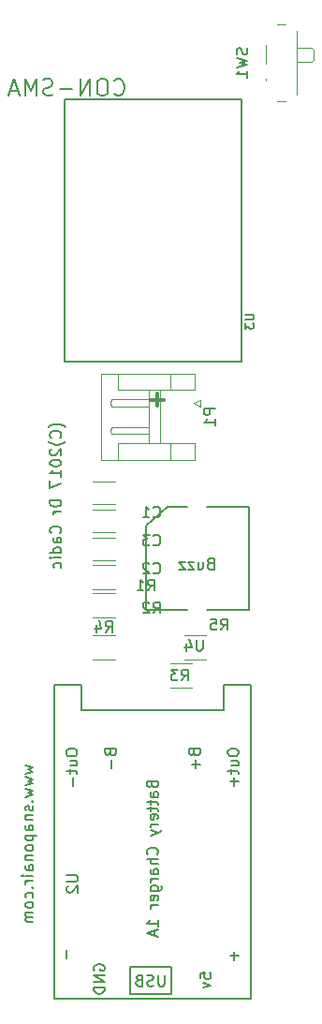
<source format=gbr>
G04 #@! TF.FileFunction,Legend,Bot*
%FSLAX46Y46*%
G04 Gerber Fmt 4.6, Leading zero omitted, Abs format (unit mm)*
G04 Created by KiCad (PCBNEW 4.0.4-stable) date 06/30/17 00:29:43*
%MOMM*%
%LPD*%
G01*
G04 APERTURE LIST*
%ADD10C,0.100000*%
%ADD11C,0.300000*%
%ADD12C,0.150000*%
%ADD13C,0.200000*%
%ADD14C,0.120000*%
%ADD15C,0.160000*%
G04 APERTURE END LIST*
D10*
D11*
X67627428Y-81742743D02*
X66484571Y-81742743D01*
X67056000Y-82314171D02*
X67056000Y-81171314D01*
D12*
X58745333Y-84233524D02*
X58697714Y-84185904D01*
X58554857Y-84090666D01*
X58459619Y-84043047D01*
X58316762Y-83995428D01*
X58078667Y-83947809D01*
X57888190Y-83947809D01*
X57650095Y-83995428D01*
X57507238Y-84043047D01*
X57412000Y-84090666D01*
X57269143Y-84185904D01*
X57221524Y-84233524D01*
X58269143Y-85185905D02*
X58316762Y-85138286D01*
X58364381Y-84995429D01*
X58364381Y-84900191D01*
X58316762Y-84757333D01*
X58221524Y-84662095D01*
X58126286Y-84614476D01*
X57935810Y-84566857D01*
X57792952Y-84566857D01*
X57602476Y-84614476D01*
X57507238Y-84662095D01*
X57412000Y-84757333D01*
X57364381Y-84900191D01*
X57364381Y-84995429D01*
X57412000Y-85138286D01*
X57459619Y-85185905D01*
X58745333Y-85519238D02*
X58697714Y-85566857D01*
X58554857Y-85662095D01*
X58459619Y-85709714D01*
X58316762Y-85757333D01*
X58078667Y-85804952D01*
X57888190Y-85804952D01*
X57650095Y-85757333D01*
X57507238Y-85709714D01*
X57412000Y-85662095D01*
X57269143Y-85566857D01*
X57221524Y-85519238D01*
X57459619Y-86233524D02*
X57412000Y-86281143D01*
X57364381Y-86376381D01*
X57364381Y-86614477D01*
X57412000Y-86709715D01*
X57459619Y-86757334D01*
X57554857Y-86804953D01*
X57650095Y-86804953D01*
X57792952Y-86757334D01*
X58364381Y-86185905D01*
X58364381Y-86804953D01*
X57364381Y-87424000D02*
X57364381Y-87519239D01*
X57412000Y-87614477D01*
X57459619Y-87662096D01*
X57554857Y-87709715D01*
X57745333Y-87757334D01*
X57983429Y-87757334D01*
X58173905Y-87709715D01*
X58269143Y-87662096D01*
X58316762Y-87614477D01*
X58364381Y-87519239D01*
X58364381Y-87424000D01*
X58316762Y-87328762D01*
X58269143Y-87281143D01*
X58173905Y-87233524D01*
X57983429Y-87185905D01*
X57745333Y-87185905D01*
X57554857Y-87233524D01*
X57459619Y-87281143D01*
X57412000Y-87328762D01*
X57364381Y-87424000D01*
X58364381Y-88709715D02*
X58364381Y-88138286D01*
X58364381Y-88424000D02*
X57364381Y-88424000D01*
X57507238Y-88328762D01*
X57602476Y-88233524D01*
X57650095Y-88138286D01*
X57364381Y-89043048D02*
X57364381Y-89709715D01*
X58364381Y-89281143D01*
X58364381Y-90852572D02*
X57364381Y-90852572D01*
X57364381Y-91090667D01*
X57412000Y-91233525D01*
X57507238Y-91328763D01*
X57602476Y-91376382D01*
X57792952Y-91424001D01*
X57935810Y-91424001D01*
X58126286Y-91376382D01*
X58221524Y-91328763D01*
X58316762Y-91233525D01*
X58364381Y-91090667D01*
X58364381Y-90852572D01*
X58364381Y-91852572D02*
X57697714Y-91852572D01*
X57888190Y-91852572D02*
X57792952Y-91900191D01*
X57745333Y-91947810D01*
X57697714Y-92043048D01*
X57697714Y-92138287D01*
X58269143Y-93804954D02*
X58316762Y-93757335D01*
X58364381Y-93614478D01*
X58364381Y-93519240D01*
X58316762Y-93376382D01*
X58221524Y-93281144D01*
X58126286Y-93233525D01*
X57935810Y-93185906D01*
X57792952Y-93185906D01*
X57602476Y-93233525D01*
X57507238Y-93281144D01*
X57412000Y-93376382D01*
X57364381Y-93519240D01*
X57364381Y-93614478D01*
X57412000Y-93757335D01*
X57459619Y-93804954D01*
X58364381Y-94662097D02*
X57840571Y-94662097D01*
X57745333Y-94614478D01*
X57697714Y-94519240D01*
X57697714Y-94328763D01*
X57745333Y-94233525D01*
X58316762Y-94662097D02*
X58364381Y-94566859D01*
X58364381Y-94328763D01*
X58316762Y-94233525D01*
X58221524Y-94185906D01*
X58126286Y-94185906D01*
X58031048Y-94233525D01*
X57983429Y-94328763D01*
X57983429Y-94566859D01*
X57935810Y-94662097D01*
X58364381Y-95566859D02*
X57364381Y-95566859D01*
X58316762Y-95566859D02*
X58364381Y-95471621D01*
X58364381Y-95281144D01*
X58316762Y-95185906D01*
X58269143Y-95138287D01*
X58173905Y-95090668D01*
X57888190Y-95090668D01*
X57792952Y-95138287D01*
X57745333Y-95185906D01*
X57697714Y-95281144D01*
X57697714Y-95471621D01*
X57745333Y-95566859D01*
X58364381Y-96043049D02*
X57697714Y-96043049D01*
X57364381Y-96043049D02*
X57412000Y-95995430D01*
X57459619Y-96043049D01*
X57412000Y-96090668D01*
X57364381Y-96043049D01*
X57459619Y-96043049D01*
X58316762Y-96947811D02*
X58364381Y-96852573D01*
X58364381Y-96662096D01*
X58316762Y-96566858D01*
X58269143Y-96519239D01*
X58173905Y-96471620D01*
X57888190Y-96471620D01*
X57792952Y-96519239D01*
X57745333Y-96566858D01*
X57697714Y-96662096D01*
X57697714Y-96852573D01*
X57745333Y-96947811D01*
D13*
X55157714Y-114800953D02*
X55824381Y-114991429D01*
X55348190Y-115181906D01*
X55824381Y-115372382D01*
X55157714Y-115562858D01*
X55157714Y-115848572D02*
X55824381Y-116039048D01*
X55348190Y-116229525D01*
X55824381Y-116420001D01*
X55157714Y-116610477D01*
X55157714Y-116896191D02*
X55824381Y-117086667D01*
X55348190Y-117277144D01*
X55824381Y-117467620D01*
X55157714Y-117658096D01*
X55729143Y-118039048D02*
X55776762Y-118086667D01*
X55824381Y-118039048D01*
X55776762Y-117991429D01*
X55729143Y-118039048D01*
X55824381Y-118039048D01*
X55776762Y-118467619D02*
X55824381Y-118562857D01*
X55824381Y-118753333D01*
X55776762Y-118848572D01*
X55681524Y-118896191D01*
X55633905Y-118896191D01*
X55538667Y-118848572D01*
X55491048Y-118753333D01*
X55491048Y-118610476D01*
X55443429Y-118515238D01*
X55348190Y-118467619D01*
X55300571Y-118467619D01*
X55205333Y-118515238D01*
X55157714Y-118610476D01*
X55157714Y-118753333D01*
X55205333Y-118848572D01*
X55157714Y-119324762D02*
X55824381Y-119324762D01*
X55252952Y-119324762D02*
X55205333Y-119372381D01*
X55157714Y-119467619D01*
X55157714Y-119610477D01*
X55205333Y-119705715D01*
X55300571Y-119753334D01*
X55824381Y-119753334D01*
X55824381Y-120658096D02*
X55300571Y-120658096D01*
X55205333Y-120610477D01*
X55157714Y-120515239D01*
X55157714Y-120324762D01*
X55205333Y-120229524D01*
X55776762Y-120658096D02*
X55824381Y-120562858D01*
X55824381Y-120324762D01*
X55776762Y-120229524D01*
X55681524Y-120181905D01*
X55586286Y-120181905D01*
X55491048Y-120229524D01*
X55443429Y-120324762D01*
X55443429Y-120562858D01*
X55395810Y-120658096D01*
X55157714Y-121134286D02*
X56157714Y-121134286D01*
X55205333Y-121134286D02*
X55157714Y-121229524D01*
X55157714Y-121420001D01*
X55205333Y-121515239D01*
X55252952Y-121562858D01*
X55348190Y-121610477D01*
X55633905Y-121610477D01*
X55729143Y-121562858D01*
X55776762Y-121515239D01*
X55824381Y-121420001D01*
X55824381Y-121229524D01*
X55776762Y-121134286D01*
X55824381Y-122181905D02*
X55776762Y-122086667D01*
X55729143Y-122039048D01*
X55633905Y-121991429D01*
X55348190Y-121991429D01*
X55252952Y-122039048D01*
X55205333Y-122086667D01*
X55157714Y-122181905D01*
X55157714Y-122324763D01*
X55205333Y-122420001D01*
X55252952Y-122467620D01*
X55348190Y-122515239D01*
X55633905Y-122515239D01*
X55729143Y-122467620D01*
X55776762Y-122420001D01*
X55824381Y-122324763D01*
X55824381Y-122181905D01*
X55157714Y-122943810D02*
X55824381Y-122943810D01*
X55252952Y-122943810D02*
X55205333Y-122991429D01*
X55157714Y-123086667D01*
X55157714Y-123229525D01*
X55205333Y-123324763D01*
X55300571Y-123372382D01*
X55824381Y-123372382D01*
X55824381Y-124277144D02*
X55300571Y-124277144D01*
X55205333Y-124229525D01*
X55157714Y-124134287D01*
X55157714Y-123943810D01*
X55205333Y-123848572D01*
X55776762Y-124277144D02*
X55824381Y-124181906D01*
X55824381Y-123943810D01*
X55776762Y-123848572D01*
X55681524Y-123800953D01*
X55586286Y-123800953D01*
X55491048Y-123848572D01*
X55443429Y-123943810D01*
X55443429Y-124181906D01*
X55395810Y-124277144D01*
X55824381Y-124753334D02*
X55157714Y-124753334D01*
X54824381Y-124753334D02*
X54872000Y-124705715D01*
X54919619Y-124753334D01*
X54872000Y-124800953D01*
X54824381Y-124753334D01*
X54919619Y-124753334D01*
X55824381Y-125229524D02*
X55157714Y-125229524D01*
X55348190Y-125229524D02*
X55252952Y-125277143D01*
X55205333Y-125324762D01*
X55157714Y-125420000D01*
X55157714Y-125515239D01*
X55729143Y-125848572D02*
X55776762Y-125896191D01*
X55824381Y-125848572D01*
X55776762Y-125800953D01*
X55729143Y-125848572D01*
X55824381Y-125848572D01*
X55776762Y-126753334D02*
X55824381Y-126658096D01*
X55824381Y-126467619D01*
X55776762Y-126372381D01*
X55729143Y-126324762D01*
X55633905Y-126277143D01*
X55348190Y-126277143D01*
X55252952Y-126324762D01*
X55205333Y-126372381D01*
X55157714Y-126467619D01*
X55157714Y-126658096D01*
X55205333Y-126753334D01*
X55824381Y-127324762D02*
X55776762Y-127229524D01*
X55729143Y-127181905D01*
X55633905Y-127134286D01*
X55348190Y-127134286D01*
X55252952Y-127181905D01*
X55205333Y-127229524D01*
X55157714Y-127324762D01*
X55157714Y-127467620D01*
X55205333Y-127562858D01*
X55252952Y-127610477D01*
X55348190Y-127658096D01*
X55633905Y-127658096D01*
X55729143Y-127610477D01*
X55776762Y-127562858D01*
X55824381Y-127467620D01*
X55824381Y-127324762D01*
X55824381Y-128086667D02*
X55157714Y-128086667D01*
X55252952Y-128086667D02*
X55205333Y-128134286D01*
X55157714Y-128229524D01*
X55157714Y-128372382D01*
X55205333Y-128467620D01*
X55300571Y-128515239D01*
X55824381Y-128515239D01*
X55300571Y-128515239D02*
X55205333Y-128562858D01*
X55157714Y-128658096D01*
X55157714Y-128800953D01*
X55205333Y-128896191D01*
X55300571Y-128943810D01*
X55824381Y-128943810D01*
D14*
X63230000Y-91190000D02*
X61230000Y-91190000D01*
X61230000Y-89150000D02*
X63230000Y-89150000D01*
X63230000Y-96270000D02*
X61230000Y-96270000D01*
X61230000Y-94230000D02*
X63230000Y-94230000D01*
X63230000Y-93730000D02*
X61230000Y-93730000D01*
X61230000Y-91690000D02*
X63230000Y-91690000D01*
X68284000Y-80892000D02*
X70484000Y-80892000D01*
X70484000Y-80892000D02*
X70484000Y-79392000D01*
X70484000Y-79392000D02*
X61984000Y-79392000D01*
X61984000Y-79392000D02*
X61984000Y-87192000D01*
X61984000Y-87192000D02*
X70484000Y-87192000D01*
X70484000Y-87192000D02*
X70484000Y-85692000D01*
X70484000Y-85692000D02*
X68284000Y-85692000D01*
X63484000Y-79392000D02*
X63484000Y-80892000D01*
X63484000Y-80892000D02*
X68284000Y-80892000D01*
X68284000Y-80892000D02*
X68284000Y-79392000D01*
X63484000Y-87192000D02*
X63484000Y-85692000D01*
X63484000Y-85692000D02*
X68284000Y-85692000D01*
X68284000Y-85692000D02*
X68284000Y-87192000D01*
X66334000Y-80892000D02*
X66334000Y-85692000D01*
X67334000Y-80892000D02*
X67334000Y-85692000D01*
X66334000Y-82042000D02*
X66334000Y-81722000D01*
X66334000Y-81722000D02*
X62914000Y-81722000D01*
X62914000Y-81722000D02*
X62834000Y-82042000D01*
X62834000Y-82042000D02*
X62914000Y-82362000D01*
X62914000Y-82362000D02*
X66334000Y-82362000D01*
X66334000Y-82362000D02*
X66334000Y-82042000D01*
X66334000Y-84542000D02*
X66334000Y-84222000D01*
X66334000Y-84222000D02*
X62914000Y-84222000D01*
X62914000Y-84222000D02*
X62834000Y-84542000D01*
X62834000Y-84542000D02*
X62914000Y-84862000D01*
X62914000Y-84862000D02*
X66334000Y-84862000D01*
X66334000Y-84862000D02*
X66334000Y-84542000D01*
X70334000Y-82042000D02*
X70934000Y-81742000D01*
X70934000Y-81742000D02*
X70934000Y-82342000D01*
X70934000Y-82342000D02*
X70334000Y-82042000D01*
X61230000Y-101400000D02*
X63230000Y-101400000D01*
X63230000Y-99260000D02*
X61230000Y-99260000D01*
X63230000Y-96720000D02*
X61230000Y-96720000D01*
X61230000Y-98860000D02*
X63230000Y-98860000D01*
X68215000Y-107750000D02*
X70215000Y-107750000D01*
X70215000Y-105610000D02*
X68215000Y-105610000D01*
X61230000Y-105210000D02*
X63230000Y-105210000D01*
X63230000Y-103070000D02*
X61230000Y-103070000D01*
X69485000Y-105210000D02*
X71485000Y-105210000D01*
X71485000Y-103070000D02*
X69485000Y-103070000D01*
X76858000Y-52708000D02*
X76858000Y-52908000D01*
X80998000Y-49908000D02*
X81208000Y-50108000D01*
X80998000Y-51208000D02*
X81208000Y-51008000D01*
X79708000Y-49908000D02*
X80998000Y-49908000D01*
X81208000Y-50108000D02*
X81208000Y-51008000D01*
X80998000Y-51208000D02*
X79708000Y-51208000D01*
X79708000Y-48458000D02*
X79708000Y-54158000D01*
X76858000Y-49708000D02*
X76858000Y-51408000D01*
X77908000Y-47858000D02*
X78698000Y-47858000D01*
X78698000Y-54758000D02*
X77908000Y-54758000D01*
D12*
X73065000Y-109790000D02*
X60165000Y-109790000D01*
X60165000Y-109790000D02*
X60165000Y-109490000D01*
X60165000Y-109590000D02*
X60165000Y-107490000D01*
X60165000Y-107490000D02*
X59865000Y-107490000D01*
X75565000Y-109590000D02*
X75565000Y-107490000D01*
X75565000Y-107490000D02*
X73065000Y-107490000D01*
X73065000Y-107490000D02*
X73065000Y-109790000D01*
X59865000Y-107490000D02*
X57765000Y-107490000D01*
X57765000Y-107490000D02*
X57765000Y-135890000D01*
X57765000Y-135890000D02*
X75565000Y-135890000D01*
X68365000Y-135490000D02*
X68365000Y-132990000D01*
X68365000Y-132990000D02*
X64565000Y-132990000D01*
X64565000Y-132990000D02*
X64565000Y-135490000D01*
X64565000Y-135490000D02*
X68265000Y-135490000D01*
X75565000Y-135890000D02*
X75565000Y-109590000D01*
X58660000Y-78330000D02*
X74660000Y-78330000D01*
X58660000Y-54630000D02*
X58660000Y-78330000D01*
X74660000Y-54630000D02*
X58660000Y-54630000D01*
X74660000Y-78330000D02*
X74660000Y-54630000D01*
X71526400Y-91440000D02*
X75361800Y-91440000D01*
X67995800Y-91440000D02*
X69799200Y-91440000D01*
X71551800Y-100711000D02*
X75336400Y-100711000D01*
X66040000Y-100711000D02*
X69799200Y-100711000D01*
X75336400Y-100711000D02*
X75336400Y-91440000D01*
X67995800Y-91440000D02*
X66040000Y-93141800D01*
X66040000Y-93141800D02*
X66040000Y-100711000D01*
X63178000Y-54129714D02*
X63249429Y-54201143D01*
X63463715Y-54272571D01*
X63606572Y-54272571D01*
X63820857Y-54201143D01*
X63963715Y-54058286D01*
X64035143Y-53915429D01*
X64106572Y-53629714D01*
X64106572Y-53415429D01*
X64035143Y-53129714D01*
X63963715Y-52986857D01*
X63820857Y-52844000D01*
X63606572Y-52772571D01*
X63463715Y-52772571D01*
X63249429Y-52844000D01*
X63178000Y-52915429D01*
X62249429Y-52772571D02*
X61963715Y-52772571D01*
X61820857Y-52844000D01*
X61678000Y-52986857D01*
X61606572Y-53272571D01*
X61606572Y-53772571D01*
X61678000Y-54058286D01*
X61820857Y-54201143D01*
X61963715Y-54272571D01*
X62249429Y-54272571D01*
X62392286Y-54201143D01*
X62535143Y-54058286D01*
X62606572Y-53772571D01*
X62606572Y-53272571D01*
X62535143Y-52986857D01*
X62392286Y-52844000D01*
X62249429Y-52772571D01*
X60963714Y-54272571D02*
X60963714Y-52772571D01*
X60106571Y-54272571D01*
X60106571Y-52772571D01*
X59392285Y-53701143D02*
X58249428Y-53701143D01*
X57606571Y-54201143D02*
X57392285Y-54272571D01*
X57035142Y-54272571D01*
X56892285Y-54201143D01*
X56820856Y-54129714D01*
X56749428Y-53986857D01*
X56749428Y-53844000D01*
X56820856Y-53701143D01*
X56892285Y-53629714D01*
X57035142Y-53558286D01*
X57320856Y-53486857D01*
X57463714Y-53415429D01*
X57535142Y-53344000D01*
X57606571Y-53201143D01*
X57606571Y-53058286D01*
X57535142Y-52915429D01*
X57463714Y-52844000D01*
X57320856Y-52772571D01*
X56963714Y-52772571D01*
X56749428Y-52844000D01*
X56106571Y-54272571D02*
X56106571Y-52772571D01*
X55606571Y-53844000D01*
X55106571Y-52772571D01*
X55106571Y-54272571D01*
X54463714Y-53844000D02*
X53749428Y-53844000D01*
X54606571Y-54272571D02*
X54106571Y-52772571D01*
X53606571Y-54272571D01*
X66714666Y-92305143D02*
X66762285Y-92352762D01*
X66905142Y-92400381D01*
X67000380Y-92400381D01*
X67143238Y-92352762D01*
X67238476Y-92257524D01*
X67286095Y-92162286D01*
X67333714Y-91971810D01*
X67333714Y-91828952D01*
X67286095Y-91638476D01*
X67238476Y-91543238D01*
X67143238Y-91448000D01*
X67000380Y-91400381D01*
X66905142Y-91400381D01*
X66762285Y-91448000D01*
X66714666Y-91495619D01*
X65762285Y-92400381D02*
X66333714Y-92400381D01*
X66048000Y-92400381D02*
X66048000Y-91400381D01*
X66143238Y-91543238D01*
X66238476Y-91638476D01*
X66333714Y-91686095D01*
X66714666Y-97385143D02*
X66762285Y-97432762D01*
X66905142Y-97480381D01*
X67000380Y-97480381D01*
X67143238Y-97432762D01*
X67238476Y-97337524D01*
X67286095Y-97242286D01*
X67333714Y-97051810D01*
X67333714Y-96908952D01*
X67286095Y-96718476D01*
X67238476Y-96623238D01*
X67143238Y-96528000D01*
X67000380Y-96480381D01*
X66905142Y-96480381D01*
X66762285Y-96528000D01*
X66714666Y-96575619D01*
X66333714Y-96575619D02*
X66286095Y-96528000D01*
X66190857Y-96480381D01*
X65952761Y-96480381D01*
X65857523Y-96528000D01*
X65809904Y-96575619D01*
X65762285Y-96670857D01*
X65762285Y-96766095D01*
X65809904Y-96908952D01*
X66381333Y-97480381D01*
X65762285Y-97480381D01*
X66714666Y-94845143D02*
X66762285Y-94892762D01*
X66905142Y-94940381D01*
X67000380Y-94940381D01*
X67143238Y-94892762D01*
X67238476Y-94797524D01*
X67286095Y-94702286D01*
X67333714Y-94511810D01*
X67333714Y-94368952D01*
X67286095Y-94178476D01*
X67238476Y-94083238D01*
X67143238Y-93988000D01*
X67000380Y-93940381D01*
X66905142Y-93940381D01*
X66762285Y-93988000D01*
X66714666Y-94035619D01*
X66381333Y-93940381D02*
X65762285Y-93940381D01*
X66095619Y-94321333D01*
X65952761Y-94321333D01*
X65857523Y-94368952D01*
X65809904Y-94416571D01*
X65762285Y-94511810D01*
X65762285Y-94749905D01*
X65809904Y-94845143D01*
X65857523Y-94892762D01*
X65952761Y-94940381D01*
X66238476Y-94940381D01*
X66333714Y-94892762D01*
X66381333Y-94845143D01*
X72286381Y-82553905D02*
X71286381Y-82553905D01*
X71286381Y-82934858D01*
X71334000Y-83030096D01*
X71381619Y-83077715D01*
X71476857Y-83125334D01*
X71619714Y-83125334D01*
X71714952Y-83077715D01*
X71762571Y-83030096D01*
X71810190Y-82934858D01*
X71810190Y-82553905D01*
X72286381Y-84077715D02*
X72286381Y-83506286D01*
X72286381Y-83792000D02*
X71286381Y-83792000D01*
X71429238Y-83696762D01*
X71524476Y-83601524D01*
X71572095Y-83506286D01*
X66206666Y-99004381D02*
X66540000Y-98528190D01*
X66778095Y-99004381D02*
X66778095Y-98004381D01*
X66397142Y-98004381D01*
X66301904Y-98052000D01*
X66254285Y-98099619D01*
X66206666Y-98194857D01*
X66206666Y-98337714D01*
X66254285Y-98432952D01*
X66301904Y-98480571D01*
X66397142Y-98528190D01*
X66778095Y-98528190D01*
X65254285Y-99004381D02*
X65825714Y-99004381D01*
X65540000Y-99004381D02*
X65540000Y-98004381D01*
X65635238Y-98147238D01*
X65730476Y-98242476D01*
X65825714Y-98290095D01*
X66714666Y-101036381D02*
X67048000Y-100560190D01*
X67286095Y-101036381D02*
X67286095Y-100036381D01*
X66905142Y-100036381D01*
X66809904Y-100084000D01*
X66762285Y-100131619D01*
X66714666Y-100226857D01*
X66714666Y-100369714D01*
X66762285Y-100464952D01*
X66809904Y-100512571D01*
X66905142Y-100560190D01*
X67286095Y-100560190D01*
X66333714Y-100131619D02*
X66286095Y-100084000D01*
X66190857Y-100036381D01*
X65952761Y-100036381D01*
X65857523Y-100084000D01*
X65809904Y-100131619D01*
X65762285Y-100226857D01*
X65762285Y-100322095D01*
X65809904Y-100464952D01*
X66381333Y-101036381D01*
X65762285Y-101036381D01*
X69254666Y-107132381D02*
X69588000Y-106656190D01*
X69826095Y-107132381D02*
X69826095Y-106132381D01*
X69445142Y-106132381D01*
X69349904Y-106180000D01*
X69302285Y-106227619D01*
X69254666Y-106322857D01*
X69254666Y-106465714D01*
X69302285Y-106560952D01*
X69349904Y-106608571D01*
X69445142Y-106656190D01*
X69826095Y-106656190D01*
X68921333Y-106132381D02*
X68302285Y-106132381D01*
X68635619Y-106513333D01*
X68492761Y-106513333D01*
X68397523Y-106560952D01*
X68349904Y-106608571D01*
X68302285Y-106703810D01*
X68302285Y-106941905D01*
X68349904Y-107037143D01*
X68397523Y-107084762D01*
X68492761Y-107132381D01*
X68778476Y-107132381D01*
X68873714Y-107084762D01*
X68921333Y-107037143D01*
X62396666Y-102742381D02*
X62730000Y-102266190D01*
X62968095Y-102742381D02*
X62968095Y-101742381D01*
X62587142Y-101742381D01*
X62491904Y-101790000D01*
X62444285Y-101837619D01*
X62396666Y-101932857D01*
X62396666Y-102075714D01*
X62444285Y-102170952D01*
X62491904Y-102218571D01*
X62587142Y-102266190D01*
X62968095Y-102266190D01*
X61539523Y-102075714D02*
X61539523Y-102742381D01*
X61777619Y-101694762D02*
X62015714Y-102409048D01*
X61396666Y-102409048D01*
X72810666Y-102560381D02*
X73144000Y-102084190D01*
X73382095Y-102560381D02*
X73382095Y-101560381D01*
X73001142Y-101560381D01*
X72905904Y-101608000D01*
X72858285Y-101655619D01*
X72810666Y-101750857D01*
X72810666Y-101893714D01*
X72858285Y-101988952D01*
X72905904Y-102036571D01*
X73001142Y-102084190D01*
X73382095Y-102084190D01*
X71905904Y-101560381D02*
X72382095Y-101560381D01*
X72429714Y-102036571D01*
X72382095Y-101988952D01*
X72286857Y-101941333D01*
X72048761Y-101941333D01*
X71953523Y-101988952D01*
X71905904Y-102036571D01*
X71858285Y-102131810D01*
X71858285Y-102369905D01*
X71905904Y-102465143D01*
X71953523Y-102512762D01*
X72048761Y-102560381D01*
X72286857Y-102560381D01*
X72382095Y-102512762D01*
X72429714Y-102465143D01*
X75182762Y-49974667D02*
X75230381Y-50117524D01*
X75230381Y-50355620D01*
X75182762Y-50450858D01*
X75135143Y-50498477D01*
X75039905Y-50546096D01*
X74944667Y-50546096D01*
X74849429Y-50498477D01*
X74801810Y-50450858D01*
X74754190Y-50355620D01*
X74706571Y-50165143D01*
X74658952Y-50069905D01*
X74611333Y-50022286D01*
X74516095Y-49974667D01*
X74420857Y-49974667D01*
X74325619Y-50022286D01*
X74278000Y-50069905D01*
X74230381Y-50165143D01*
X74230381Y-50403239D01*
X74278000Y-50546096D01*
X74230381Y-50879429D02*
X75230381Y-51117524D01*
X74516095Y-51308001D01*
X75230381Y-51498477D01*
X74230381Y-51736572D01*
X75230381Y-52641334D02*
X75230381Y-52069905D01*
X75230381Y-52355619D02*
X74230381Y-52355619D01*
X74373238Y-52260381D01*
X74468476Y-52165143D01*
X74516095Y-52069905D01*
X58888381Y-124714095D02*
X59697905Y-124714095D01*
X59793143Y-124761714D01*
X59840762Y-124809333D01*
X59888381Y-124904571D01*
X59888381Y-125095048D01*
X59840762Y-125190286D01*
X59793143Y-125237905D01*
X59697905Y-125285524D01*
X58888381Y-125285524D01*
X58983619Y-125714095D02*
X58936000Y-125761714D01*
X58888381Y-125856952D01*
X58888381Y-126095048D01*
X58936000Y-126190286D01*
X58983619Y-126237905D01*
X59078857Y-126285524D01*
X59174095Y-126285524D01*
X59316952Y-126237905D01*
X59888381Y-125666476D01*
X59888381Y-126285524D01*
X66593571Y-116547142D02*
X66641190Y-116689999D01*
X66688810Y-116737618D01*
X66784048Y-116785237D01*
X66926905Y-116785237D01*
X67022143Y-116737618D01*
X67069762Y-116689999D01*
X67117381Y-116594761D01*
X67117381Y-116213808D01*
X66117381Y-116213808D01*
X66117381Y-116547142D01*
X66165000Y-116642380D01*
X66212619Y-116689999D01*
X66307857Y-116737618D01*
X66403095Y-116737618D01*
X66498333Y-116689999D01*
X66545952Y-116642380D01*
X66593571Y-116547142D01*
X66593571Y-116213808D01*
X67117381Y-117642380D02*
X66593571Y-117642380D01*
X66498333Y-117594761D01*
X66450714Y-117499523D01*
X66450714Y-117309046D01*
X66498333Y-117213808D01*
X67069762Y-117642380D02*
X67117381Y-117547142D01*
X67117381Y-117309046D01*
X67069762Y-117213808D01*
X66974524Y-117166189D01*
X66879286Y-117166189D01*
X66784048Y-117213808D01*
X66736429Y-117309046D01*
X66736429Y-117547142D01*
X66688810Y-117642380D01*
X66450714Y-117975713D02*
X66450714Y-118356665D01*
X66117381Y-118118570D02*
X66974524Y-118118570D01*
X67069762Y-118166189D01*
X67117381Y-118261427D01*
X67117381Y-118356665D01*
X66450714Y-118547142D02*
X66450714Y-118928094D01*
X66117381Y-118689999D02*
X66974524Y-118689999D01*
X67069762Y-118737618D01*
X67117381Y-118832856D01*
X67117381Y-118928094D01*
X67069762Y-119642381D02*
X67117381Y-119547143D01*
X67117381Y-119356666D01*
X67069762Y-119261428D01*
X66974524Y-119213809D01*
X66593571Y-119213809D01*
X66498333Y-119261428D01*
X66450714Y-119356666D01*
X66450714Y-119547143D01*
X66498333Y-119642381D01*
X66593571Y-119690000D01*
X66688810Y-119690000D01*
X66784048Y-119213809D01*
X67117381Y-120118571D02*
X66450714Y-120118571D01*
X66641190Y-120118571D02*
X66545952Y-120166190D01*
X66498333Y-120213809D01*
X66450714Y-120309047D01*
X66450714Y-120404286D01*
X66450714Y-120642381D02*
X67117381Y-120880476D01*
X66450714Y-121118572D02*
X67117381Y-120880476D01*
X67355476Y-120785238D01*
X67403095Y-120737619D01*
X67450714Y-120642381D01*
X67022143Y-122832858D02*
X67069762Y-122785239D01*
X67117381Y-122642382D01*
X67117381Y-122547144D01*
X67069762Y-122404286D01*
X66974524Y-122309048D01*
X66879286Y-122261429D01*
X66688810Y-122213810D01*
X66545952Y-122213810D01*
X66355476Y-122261429D01*
X66260238Y-122309048D01*
X66165000Y-122404286D01*
X66117381Y-122547144D01*
X66117381Y-122642382D01*
X66165000Y-122785239D01*
X66212619Y-122832858D01*
X67117381Y-123261429D02*
X66117381Y-123261429D01*
X67117381Y-123690001D02*
X66593571Y-123690001D01*
X66498333Y-123642382D01*
X66450714Y-123547144D01*
X66450714Y-123404286D01*
X66498333Y-123309048D01*
X66545952Y-123261429D01*
X67117381Y-124594763D02*
X66593571Y-124594763D01*
X66498333Y-124547144D01*
X66450714Y-124451906D01*
X66450714Y-124261429D01*
X66498333Y-124166191D01*
X67069762Y-124594763D02*
X67117381Y-124499525D01*
X67117381Y-124261429D01*
X67069762Y-124166191D01*
X66974524Y-124118572D01*
X66879286Y-124118572D01*
X66784048Y-124166191D01*
X66736429Y-124261429D01*
X66736429Y-124499525D01*
X66688810Y-124594763D01*
X67117381Y-125070953D02*
X66450714Y-125070953D01*
X66641190Y-125070953D02*
X66545952Y-125118572D01*
X66498333Y-125166191D01*
X66450714Y-125261429D01*
X66450714Y-125356668D01*
X66450714Y-126118573D02*
X67260238Y-126118573D01*
X67355476Y-126070954D01*
X67403095Y-126023335D01*
X67450714Y-125928096D01*
X67450714Y-125785239D01*
X67403095Y-125690001D01*
X67069762Y-126118573D02*
X67117381Y-126023335D01*
X67117381Y-125832858D01*
X67069762Y-125737620D01*
X67022143Y-125690001D01*
X66926905Y-125642382D01*
X66641190Y-125642382D01*
X66545952Y-125690001D01*
X66498333Y-125737620D01*
X66450714Y-125832858D01*
X66450714Y-126023335D01*
X66498333Y-126118573D01*
X67069762Y-126975716D02*
X67117381Y-126880478D01*
X67117381Y-126690001D01*
X67069762Y-126594763D01*
X66974524Y-126547144D01*
X66593571Y-126547144D01*
X66498333Y-126594763D01*
X66450714Y-126690001D01*
X66450714Y-126880478D01*
X66498333Y-126975716D01*
X66593571Y-127023335D01*
X66688810Y-127023335D01*
X66784048Y-126547144D01*
X67117381Y-127451906D02*
X66450714Y-127451906D01*
X66641190Y-127451906D02*
X66545952Y-127499525D01*
X66498333Y-127547144D01*
X66450714Y-127642382D01*
X66450714Y-127737621D01*
X67117381Y-129356669D02*
X67117381Y-128785240D01*
X67117381Y-129070954D02*
X66117381Y-129070954D01*
X66260238Y-128975716D01*
X66355476Y-128880478D01*
X66403095Y-128785240D01*
X66831667Y-129737621D02*
X66831667Y-130213812D01*
X67117381Y-129642383D02*
X66117381Y-129975716D01*
X67117381Y-130309050D01*
X61365000Y-133328096D02*
X61317381Y-133232858D01*
X61317381Y-133090001D01*
X61365000Y-132947143D01*
X61460238Y-132851905D01*
X61555476Y-132804286D01*
X61745952Y-132756667D01*
X61888810Y-132756667D01*
X62079286Y-132804286D01*
X62174524Y-132851905D01*
X62269762Y-132947143D01*
X62317381Y-133090001D01*
X62317381Y-133185239D01*
X62269762Y-133328096D01*
X62222143Y-133375715D01*
X61888810Y-133375715D01*
X61888810Y-133185239D01*
X62317381Y-133804286D02*
X61317381Y-133804286D01*
X62317381Y-134375715D01*
X61317381Y-134375715D01*
X62317381Y-134851905D02*
X61317381Y-134851905D01*
X61317381Y-135090000D01*
X61365000Y-135232858D01*
X61460238Y-135328096D01*
X61555476Y-135375715D01*
X61745952Y-135423334D01*
X61888810Y-135423334D01*
X62079286Y-135375715D01*
X62174524Y-135328096D01*
X62269762Y-135232858D01*
X62317381Y-135090000D01*
X62317381Y-134851905D01*
X70917381Y-134047143D02*
X70917381Y-133570952D01*
X71393571Y-133523333D01*
X71345952Y-133570952D01*
X71298333Y-133666190D01*
X71298333Y-133904286D01*
X71345952Y-133999524D01*
X71393571Y-134047143D01*
X71488810Y-134094762D01*
X71726905Y-134094762D01*
X71822143Y-134047143D01*
X71869762Y-133999524D01*
X71917381Y-133904286D01*
X71917381Y-133666190D01*
X71869762Y-133570952D01*
X71822143Y-133523333D01*
X71250714Y-134428095D02*
X71917381Y-134666190D01*
X71250714Y-134904286D01*
X70393571Y-113642382D02*
X70441190Y-113785239D01*
X70488810Y-113832858D01*
X70584048Y-113880477D01*
X70726905Y-113880477D01*
X70822143Y-113832858D01*
X70869762Y-113785239D01*
X70917381Y-113690001D01*
X70917381Y-113309048D01*
X69917381Y-113309048D01*
X69917381Y-113642382D01*
X69965000Y-113737620D01*
X70012619Y-113785239D01*
X70107857Y-113832858D01*
X70203095Y-113832858D01*
X70298333Y-113785239D01*
X70345952Y-113737620D01*
X70393571Y-113642382D01*
X70393571Y-113309048D01*
X70536429Y-114309048D02*
X70536429Y-115070953D01*
X70917381Y-114690001D02*
X70155476Y-114690001D01*
X62793571Y-113642382D02*
X62841190Y-113785239D01*
X62888810Y-113832858D01*
X62984048Y-113880477D01*
X63126905Y-113880477D01*
X63222143Y-113832858D01*
X63269762Y-113785239D01*
X63317381Y-113690001D01*
X63317381Y-113309048D01*
X62317381Y-113309048D01*
X62317381Y-113642382D01*
X62365000Y-113737620D01*
X62412619Y-113785239D01*
X62507857Y-113832858D01*
X62603095Y-113832858D01*
X62698333Y-113785239D01*
X62745952Y-113737620D01*
X62793571Y-113642382D01*
X62793571Y-113309048D01*
X62936429Y-114309048D02*
X62936429Y-115070953D01*
X73417381Y-113537619D02*
X73417381Y-113728096D01*
X73465000Y-113823334D01*
X73560238Y-113918572D01*
X73750714Y-113966191D01*
X74084048Y-113966191D01*
X74274524Y-113918572D01*
X74369762Y-113823334D01*
X74417381Y-113728096D01*
X74417381Y-113537619D01*
X74369762Y-113442381D01*
X74274524Y-113347143D01*
X74084048Y-113299524D01*
X73750714Y-113299524D01*
X73560238Y-113347143D01*
X73465000Y-113442381D01*
X73417381Y-113537619D01*
X73750714Y-114823334D02*
X74417381Y-114823334D01*
X73750714Y-114394762D02*
X74274524Y-114394762D01*
X74369762Y-114442381D01*
X74417381Y-114537619D01*
X74417381Y-114680477D01*
X74369762Y-114775715D01*
X74322143Y-114823334D01*
X73750714Y-115156667D02*
X73750714Y-115537619D01*
X73417381Y-115299524D02*
X74274524Y-115299524D01*
X74369762Y-115347143D01*
X74417381Y-115442381D01*
X74417381Y-115537619D01*
X74036429Y-115870953D02*
X74036429Y-116632858D01*
X74417381Y-116251906D02*
X73655476Y-116251906D01*
X58817381Y-113537619D02*
X58817381Y-113728096D01*
X58865000Y-113823334D01*
X58960238Y-113918572D01*
X59150714Y-113966191D01*
X59484048Y-113966191D01*
X59674524Y-113918572D01*
X59769762Y-113823334D01*
X59817381Y-113728096D01*
X59817381Y-113537619D01*
X59769762Y-113442381D01*
X59674524Y-113347143D01*
X59484048Y-113299524D01*
X59150714Y-113299524D01*
X58960238Y-113347143D01*
X58865000Y-113442381D01*
X58817381Y-113537619D01*
X59150714Y-114823334D02*
X59817381Y-114823334D01*
X59150714Y-114394762D02*
X59674524Y-114394762D01*
X59769762Y-114442381D01*
X59817381Y-114537619D01*
X59817381Y-114680477D01*
X59769762Y-114775715D01*
X59722143Y-114823334D01*
X59150714Y-115156667D02*
X59150714Y-115537619D01*
X58817381Y-115299524D02*
X59674524Y-115299524D01*
X59769762Y-115347143D01*
X59817381Y-115442381D01*
X59817381Y-115537619D01*
X59436429Y-115870953D02*
X59436429Y-116632858D01*
X67726905Y-133742381D02*
X67726905Y-134551905D01*
X67679286Y-134647143D01*
X67631667Y-134694762D01*
X67536429Y-134742381D01*
X67345952Y-134742381D01*
X67250714Y-134694762D01*
X67203095Y-134647143D01*
X67155476Y-134551905D01*
X67155476Y-133742381D01*
X66726905Y-134694762D02*
X66584048Y-134742381D01*
X66345952Y-134742381D01*
X66250714Y-134694762D01*
X66203095Y-134647143D01*
X66155476Y-134551905D01*
X66155476Y-134456667D01*
X66203095Y-134361429D01*
X66250714Y-134313810D01*
X66345952Y-134266190D01*
X66536429Y-134218571D01*
X66631667Y-134170952D01*
X66679286Y-134123333D01*
X66726905Y-134028095D01*
X66726905Y-133932857D01*
X66679286Y-133837619D01*
X66631667Y-133790000D01*
X66536429Y-133742381D01*
X66298333Y-133742381D01*
X66155476Y-133790000D01*
X65393571Y-134218571D02*
X65250714Y-134266190D01*
X65203095Y-134313810D01*
X65155476Y-134409048D01*
X65155476Y-134551905D01*
X65203095Y-134647143D01*
X65250714Y-134694762D01*
X65345952Y-134742381D01*
X65726905Y-134742381D01*
X65726905Y-133742381D01*
X65393571Y-133742381D01*
X65298333Y-133790000D01*
X65250714Y-133837619D01*
X65203095Y-133932857D01*
X65203095Y-134028095D01*
X65250714Y-134123333D01*
X65298333Y-134170952D01*
X65393571Y-134218571D01*
X65726905Y-134218571D01*
X58836429Y-131509048D02*
X58836429Y-132270953D01*
X74036429Y-131609048D02*
X74036429Y-132370953D01*
X74417381Y-131990001D02*
X73655476Y-131990001D01*
D15*
X74999905Y-74066476D02*
X75647524Y-74066476D01*
X75723714Y-74104571D01*
X75761810Y-74142667D01*
X75799905Y-74218857D01*
X75799905Y-74371238D01*
X75761810Y-74447429D01*
X75723714Y-74485524D01*
X75647524Y-74523619D01*
X74999905Y-74523619D01*
X74999905Y-74828381D02*
X74999905Y-75323619D01*
X75304667Y-75056952D01*
X75304667Y-75171238D01*
X75342762Y-75247428D01*
X75380857Y-75285524D01*
X75457048Y-75323619D01*
X75647524Y-75323619D01*
X75723714Y-75285524D01*
X75761810Y-75247428D01*
X75799905Y-75171238D01*
X75799905Y-74942666D01*
X75761810Y-74866476D01*
X75723714Y-74828381D01*
D12*
X71170705Y-103439981D02*
X71170705Y-104249505D01*
X71123086Y-104344743D01*
X71075467Y-104392362D01*
X70980229Y-104439981D01*
X70789752Y-104439981D01*
X70694514Y-104392362D01*
X70646895Y-104344743D01*
X70599276Y-104249505D01*
X70599276Y-103439981D01*
X69694514Y-103773314D02*
X69694514Y-104439981D01*
X69932610Y-103392362D02*
X70170705Y-104106648D01*
X69551657Y-104106648D01*
X71853276Y-96550171D02*
X71710419Y-96597790D01*
X71662800Y-96645410D01*
X71615181Y-96740648D01*
X71615181Y-96883505D01*
X71662800Y-96978743D01*
X71710419Y-97026362D01*
X71805657Y-97073981D01*
X72186610Y-97073981D01*
X72186610Y-96073981D01*
X71853276Y-96073981D01*
X71758038Y-96121600D01*
X71710419Y-96169219D01*
X71662800Y-96264457D01*
X71662800Y-96359695D01*
X71710419Y-96454933D01*
X71758038Y-96502552D01*
X71853276Y-96550171D01*
X72186610Y-96550171D01*
X70758038Y-96407314D02*
X70758038Y-97073981D01*
X71186610Y-96407314D02*
X71186610Y-96931124D01*
X71138991Y-97026362D01*
X71043753Y-97073981D01*
X70900895Y-97073981D01*
X70805657Y-97026362D01*
X70758038Y-96978743D01*
X70377086Y-96407314D02*
X69853276Y-96407314D01*
X70377086Y-97073981D01*
X69853276Y-97073981D01*
X69567562Y-96407314D02*
X69043752Y-96407314D01*
X69567562Y-97073981D01*
X69043752Y-97073981D01*
M02*

</source>
